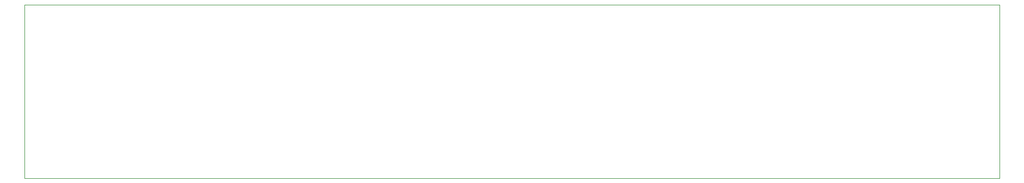
<source format=gbr>
%TF.GenerationSoftware,KiCad,Pcbnew,5.1.9+dfsg1-1~bpo10+1*%
%TF.CreationDate,2022-05-16T17:10:37+08:00*%
%TF.ProjectId,BusBoard,42757342-6f61-4726-942e-6b696361645f,rev?*%
%TF.SameCoordinates,Original*%
%TF.FileFunction,Profile,NP*%
%FSLAX46Y46*%
G04 Gerber Fmt 4.6, Leading zero omitted, Abs format (unit mm)*
G04 Created by KiCad (PCBNEW 5.1.9+dfsg1-1~bpo10+1) date 2022-05-16 17:10:37*
%MOMM*%
%LPD*%
G01*
G04 APERTURE LIST*
%TA.AperFunction,Profile*%
%ADD10C,0.050000*%
%TD*%
G04 APERTURE END LIST*
D10*
X236500000Y-95500000D02*
X81400000Y-95500000D01*
X236500000Y-123250000D02*
X236500000Y-95500000D01*
X81400000Y-123250000D02*
X236500000Y-123250000D01*
X81400000Y-95500000D02*
X81400000Y-123250000D01*
M02*

</source>
